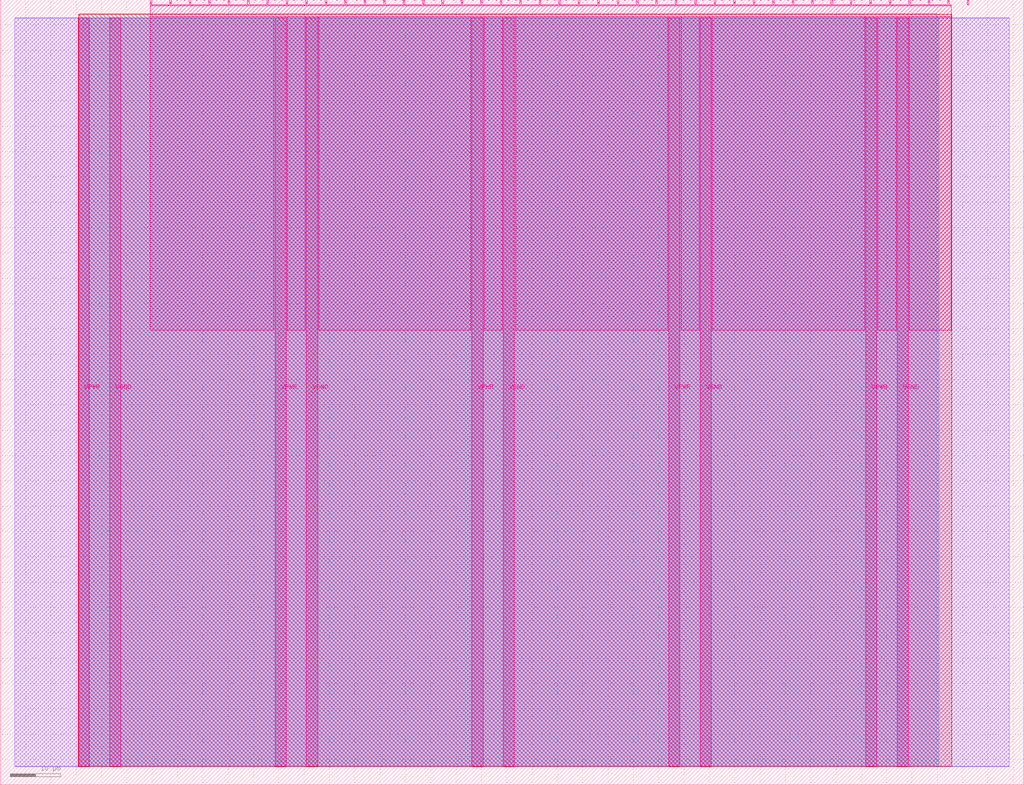
<source format=lef>
VERSION 5.7 ;
  NOWIREEXTENSIONATPIN ON ;
  DIVIDERCHAR "/" ;
  BUSBITCHARS "[]" ;
MACRO tt_um_control_block
  CLASS BLOCK ;
  FOREIGN tt_um_control_block ;
  ORIGIN 0.000 0.000 ;
  SIZE 202.080 BY 154.980 ;
  PIN VGND
    DIRECTION INOUT ;
    USE GROUND ;
    PORT
      LAYER Metal5 ;
        RECT 21.580 3.560 23.780 151.420 ;
    END
    PORT
      LAYER Metal5 ;
        RECT 60.450 3.560 62.650 151.420 ;
    END
    PORT
      LAYER Metal5 ;
        RECT 99.320 3.560 101.520 151.420 ;
    END
    PORT
      LAYER Metal5 ;
        RECT 138.190 3.560 140.390 151.420 ;
    END
    PORT
      LAYER Metal5 ;
        RECT 177.060 3.560 179.260 151.420 ;
    END
  END VGND
  PIN VPWR
    DIRECTION INOUT ;
    USE POWER ;
    PORT
      LAYER Metal5 ;
        RECT 15.380 3.560 17.580 151.420 ;
    END
    PORT
      LAYER Metal5 ;
        RECT 54.250 3.560 56.450 151.420 ;
    END
    PORT
      LAYER Metal5 ;
        RECT 93.120 3.560 95.320 151.420 ;
    END
    PORT
      LAYER Metal5 ;
        RECT 131.990 3.560 134.190 151.420 ;
    END
    PORT
      LAYER Metal5 ;
        RECT 170.860 3.560 173.060 151.420 ;
    END
  END VPWR
  PIN clk
    DIRECTION INPUT ;
    USE SIGNAL ;
    ANTENNAGATEAREA 0.426400 ;
    PORT
      LAYER Metal5 ;
        RECT 187.050 153.980 187.350 154.980 ;
    END
  END clk
  PIN ena
    DIRECTION INPUT ;
    USE SIGNAL ;
    PORT
      LAYER Metal5 ;
        RECT 190.890 153.980 191.190 154.980 ;
    END
  END ena
  PIN rst_n
    DIRECTION INPUT ;
    USE SIGNAL ;
    ANTENNAGATEAREA 0.213200 ;
    PORT
      LAYER Metal5 ;
        RECT 183.210 153.980 183.510 154.980 ;
    END
  END rst_n
  PIN ui_in[0]
    DIRECTION INPUT ;
    USE SIGNAL ;
    ANTENNAGATEAREA 0.213200 ;
    PORT
      LAYER Metal5 ;
        RECT 179.370 153.980 179.670 154.980 ;
    END
  END ui_in[0]
  PIN ui_in[1]
    DIRECTION INPUT ;
    USE SIGNAL ;
    ANTENNAGATEAREA 0.213200 ;
    PORT
      LAYER Metal5 ;
        RECT 175.530 153.980 175.830 154.980 ;
    END
  END ui_in[1]
  PIN ui_in[2]
    DIRECTION INPUT ;
    USE SIGNAL ;
    ANTENNAGATEAREA 0.213200 ;
    PORT
      LAYER Metal5 ;
        RECT 171.690 153.980 171.990 154.980 ;
    END
  END ui_in[2]
  PIN ui_in[3]
    DIRECTION INPUT ;
    USE SIGNAL ;
    ANTENNAGATEAREA 0.213200 ;
    PORT
      LAYER Metal5 ;
        RECT 167.850 153.980 168.150 154.980 ;
    END
  END ui_in[3]
  PIN ui_in[4]
    DIRECTION INPUT ;
    USE SIGNAL ;
    PORT
      LAYER Metal5 ;
        RECT 164.010 153.980 164.310 154.980 ;
    END
  END ui_in[4]
  PIN ui_in[5]
    DIRECTION INPUT ;
    USE SIGNAL ;
    PORT
      LAYER Metal5 ;
        RECT 160.170 153.980 160.470 154.980 ;
    END
  END ui_in[5]
  PIN ui_in[6]
    DIRECTION INPUT ;
    USE SIGNAL ;
    PORT
      LAYER Metal5 ;
        RECT 156.330 153.980 156.630 154.980 ;
    END
  END ui_in[6]
  PIN ui_in[7]
    DIRECTION INPUT ;
    USE SIGNAL ;
    PORT
      LAYER Metal5 ;
        RECT 152.490 153.980 152.790 154.980 ;
    END
  END ui_in[7]
  PIN uio_in[0]
    DIRECTION INPUT ;
    USE SIGNAL ;
    PORT
      LAYER Metal5 ;
        RECT 148.650 153.980 148.950 154.980 ;
    END
  END uio_in[0]
  PIN uio_in[1]
    DIRECTION INPUT ;
    USE SIGNAL ;
    PORT
      LAYER Metal5 ;
        RECT 144.810 153.980 145.110 154.980 ;
    END
  END uio_in[1]
  PIN uio_in[2]
    DIRECTION INPUT ;
    USE SIGNAL ;
    PORT
      LAYER Metal5 ;
        RECT 140.970 153.980 141.270 154.980 ;
    END
  END uio_in[2]
  PIN uio_in[3]
    DIRECTION INPUT ;
    USE SIGNAL ;
    PORT
      LAYER Metal5 ;
        RECT 137.130 153.980 137.430 154.980 ;
    END
  END uio_in[3]
  PIN uio_in[4]
    DIRECTION INPUT ;
    USE SIGNAL ;
    PORT
      LAYER Metal5 ;
        RECT 133.290 153.980 133.590 154.980 ;
    END
  END uio_in[4]
  PIN uio_in[5]
    DIRECTION INPUT ;
    USE SIGNAL ;
    PORT
      LAYER Metal5 ;
        RECT 129.450 153.980 129.750 154.980 ;
    END
  END uio_in[5]
  PIN uio_in[6]
    DIRECTION INPUT ;
    USE SIGNAL ;
    PORT
      LAYER Metal5 ;
        RECT 125.610 153.980 125.910 154.980 ;
    END
  END uio_in[6]
  PIN uio_in[7]
    DIRECTION INPUT ;
    USE SIGNAL ;
    PORT
      LAYER Metal5 ;
        RECT 121.770 153.980 122.070 154.980 ;
    END
  END uio_in[7]
  PIN uio_oe[0]
    DIRECTION OUTPUT ;
    USE SIGNAL ;
    ANTENNADIFFAREA 0.392700 ;
    PORT
      LAYER Metal5 ;
        RECT 56.490 153.980 56.790 154.980 ;
    END
  END uio_oe[0]
  PIN uio_oe[1]
    DIRECTION OUTPUT ;
    USE SIGNAL ;
    ANTENNADIFFAREA 0.392700 ;
    PORT
      LAYER Metal5 ;
        RECT 52.650 153.980 52.950 154.980 ;
    END
  END uio_oe[1]
  PIN uio_oe[2]
    DIRECTION OUTPUT ;
    USE SIGNAL ;
    ANTENNADIFFAREA 0.392700 ;
    PORT
      LAYER Metal5 ;
        RECT 48.810 153.980 49.110 154.980 ;
    END
  END uio_oe[2]
  PIN uio_oe[3]
    DIRECTION OUTPUT ;
    USE SIGNAL ;
    ANTENNADIFFAREA 0.392700 ;
    PORT
      LAYER Metal5 ;
        RECT 44.970 153.980 45.270 154.980 ;
    END
  END uio_oe[3]
  PIN uio_oe[4]
    DIRECTION OUTPUT ;
    USE SIGNAL ;
    ANTENNADIFFAREA 0.392700 ;
    PORT
      LAYER Metal5 ;
        RECT 41.130 153.980 41.430 154.980 ;
    END
  END uio_oe[4]
  PIN uio_oe[5]
    DIRECTION OUTPUT ;
    USE SIGNAL ;
    ANTENNADIFFAREA 0.392700 ;
    PORT
      LAYER Metal5 ;
        RECT 37.290 153.980 37.590 154.980 ;
    END
  END uio_oe[5]
  PIN uio_oe[6]
    DIRECTION OUTPUT ;
    USE SIGNAL ;
    ANTENNADIFFAREA 0.392700 ;
    PORT
      LAYER Metal5 ;
        RECT 33.450 153.980 33.750 154.980 ;
    END
  END uio_oe[6]
  PIN uio_oe[7]
    DIRECTION OUTPUT ;
    USE SIGNAL ;
    ANTENNADIFFAREA 0.392700 ;
    PORT
      LAYER Metal5 ;
        RECT 29.610 153.980 29.910 154.980 ;
    END
  END uio_oe[7]
  PIN uio_out[0]
    DIRECTION OUTPUT ;
    USE SIGNAL ;
    ANTENNADIFFAREA 0.632400 ;
    PORT
      LAYER Metal5 ;
        RECT 87.210 153.980 87.510 154.980 ;
    END
  END uio_out[0]
  PIN uio_out[1]
    DIRECTION OUTPUT ;
    USE SIGNAL ;
    ANTENNADIFFAREA 0.632400 ;
    PORT
      LAYER Metal5 ;
        RECT 83.370 153.980 83.670 154.980 ;
    END
  END uio_out[1]
  PIN uio_out[2]
    DIRECTION OUTPUT ;
    USE SIGNAL ;
    ANTENNADIFFAREA 0.632400 ;
    PORT
      LAYER Metal5 ;
        RECT 79.530 153.980 79.830 154.980 ;
    END
  END uio_out[2]
  PIN uio_out[3]
    DIRECTION OUTPUT ;
    USE SIGNAL ;
    ANTENNADIFFAREA 0.632400 ;
    PORT
      LAYER Metal5 ;
        RECT 75.690 153.980 75.990 154.980 ;
    END
  END uio_out[3]
  PIN uio_out[4]
    DIRECTION OUTPUT ;
    USE SIGNAL ;
    ANTENNADIFFAREA 0.632400 ;
    PORT
      LAYER Metal5 ;
        RECT 71.850 153.980 72.150 154.980 ;
    END
  END uio_out[4]
  PIN uio_out[5]
    DIRECTION OUTPUT ;
    USE SIGNAL ;
    ANTENNADIFFAREA 0.632400 ;
    PORT
      LAYER Metal5 ;
        RECT 68.010 153.980 68.310 154.980 ;
    END
  END uio_out[5]
  PIN uio_out[6]
    DIRECTION OUTPUT ;
    USE SIGNAL ;
    ANTENNADIFFAREA 0.632400 ;
    PORT
      LAYER Metal5 ;
        RECT 64.170 153.980 64.470 154.980 ;
    END
  END uio_out[6]
  PIN uio_out[7]
    DIRECTION OUTPUT ;
    USE SIGNAL ;
    ANTENNADIFFAREA 0.632400 ;
    PORT
      LAYER Metal5 ;
        RECT 60.330 153.980 60.630 154.980 ;
    END
  END uio_out[7]
  PIN uo_out[0]
    DIRECTION OUTPUT ;
    USE SIGNAL ;
    ANTENNADIFFAREA 0.632400 ;
    PORT
      LAYER Metal5 ;
        RECT 117.930 153.980 118.230 154.980 ;
    END
  END uo_out[0]
  PIN uo_out[1]
    DIRECTION OUTPUT ;
    USE SIGNAL ;
    ANTENNADIFFAREA 0.632400 ;
    PORT
      LAYER Metal5 ;
        RECT 114.090 153.980 114.390 154.980 ;
    END
  END uo_out[1]
  PIN uo_out[2]
    DIRECTION OUTPUT ;
    USE SIGNAL ;
    ANTENNADIFFAREA 0.632400 ;
    PORT
      LAYER Metal5 ;
        RECT 110.250 153.980 110.550 154.980 ;
    END
  END uo_out[2]
  PIN uo_out[3]
    DIRECTION OUTPUT ;
    USE SIGNAL ;
    ANTENNADIFFAREA 0.632400 ;
    PORT
      LAYER Metal5 ;
        RECT 106.410 153.980 106.710 154.980 ;
    END
  END uo_out[3]
  PIN uo_out[4]
    DIRECTION OUTPUT ;
    USE SIGNAL ;
    ANTENNADIFFAREA 0.632400 ;
    PORT
      LAYER Metal5 ;
        RECT 102.570 153.980 102.870 154.980 ;
    END
  END uo_out[4]
  PIN uo_out[5]
    DIRECTION OUTPUT ;
    USE SIGNAL ;
    ANTENNADIFFAREA 0.632400 ;
    PORT
      LAYER Metal5 ;
        RECT 98.730 153.980 99.030 154.980 ;
    END
  END uo_out[5]
  PIN uo_out[6]
    DIRECTION OUTPUT ;
    USE SIGNAL ;
    ANTENNADIFFAREA 0.632400 ;
    PORT
      LAYER Metal5 ;
        RECT 94.890 153.980 95.190 154.980 ;
    END
  END uo_out[6]
  PIN uo_out[7]
    DIRECTION OUTPUT ;
    USE SIGNAL ;
    ANTENNADIFFAREA 0.654800 ;
    PORT
      LAYER Metal5 ;
        RECT 91.050 153.980 91.350 154.980 ;
    END
  END uo_out[7]
  OBS
      LAYER GatPoly ;
        RECT 2.880 3.630 199.200 151.350 ;
      LAYER Metal1 ;
        RECT 2.880 3.560 199.200 151.420 ;
      LAYER Metal2 ;
        RECT 15.515 3.680 185.315 151.300 ;
      LAYER Metal3 ;
        RECT 15.560 3.635 184.900 152.185 ;
      LAYER Metal4 ;
        RECT 15.515 3.680 187.825 152.140 ;
      LAYER Metal5 ;
        RECT 30.120 153.770 33.240 153.980 ;
        RECT 33.960 153.770 37.080 153.980 ;
        RECT 37.800 153.770 40.920 153.980 ;
        RECT 41.640 153.770 44.760 153.980 ;
        RECT 45.480 153.770 48.600 153.980 ;
        RECT 49.320 153.770 52.440 153.980 ;
        RECT 53.160 153.770 56.280 153.980 ;
        RECT 57.000 153.770 60.120 153.980 ;
        RECT 60.840 153.770 63.960 153.980 ;
        RECT 64.680 153.770 67.800 153.980 ;
        RECT 68.520 153.770 71.640 153.980 ;
        RECT 72.360 153.770 75.480 153.980 ;
        RECT 76.200 153.770 79.320 153.980 ;
        RECT 80.040 153.770 83.160 153.980 ;
        RECT 83.880 153.770 87.000 153.980 ;
        RECT 87.720 153.770 90.840 153.980 ;
        RECT 91.560 153.770 94.680 153.980 ;
        RECT 95.400 153.770 98.520 153.980 ;
        RECT 99.240 153.770 102.360 153.980 ;
        RECT 103.080 153.770 106.200 153.980 ;
        RECT 106.920 153.770 110.040 153.980 ;
        RECT 110.760 153.770 113.880 153.980 ;
        RECT 114.600 153.770 117.720 153.980 ;
        RECT 118.440 153.770 121.560 153.980 ;
        RECT 122.280 153.770 125.400 153.980 ;
        RECT 126.120 153.770 129.240 153.980 ;
        RECT 129.960 153.770 133.080 153.980 ;
        RECT 133.800 153.770 136.920 153.980 ;
        RECT 137.640 153.770 140.760 153.980 ;
        RECT 141.480 153.770 144.600 153.980 ;
        RECT 145.320 153.770 148.440 153.980 ;
        RECT 149.160 153.770 152.280 153.980 ;
        RECT 153.000 153.770 156.120 153.980 ;
        RECT 156.840 153.770 159.960 153.980 ;
        RECT 160.680 153.770 163.800 153.980 ;
        RECT 164.520 153.770 167.640 153.980 ;
        RECT 168.360 153.770 171.480 153.980 ;
        RECT 172.200 153.770 175.320 153.980 ;
        RECT 176.040 153.770 179.160 153.980 ;
        RECT 179.880 153.770 183.000 153.980 ;
        RECT 183.720 153.770 186.840 153.980 ;
        RECT 187.560 153.770 187.780 153.980 ;
        RECT 29.660 151.630 187.780 153.770 ;
        RECT 29.660 89.735 54.040 151.630 ;
        RECT 56.660 89.735 60.240 151.630 ;
        RECT 62.860 89.735 92.910 151.630 ;
        RECT 95.530 89.735 99.110 151.630 ;
        RECT 101.730 89.735 131.780 151.630 ;
        RECT 134.400 89.735 137.980 151.630 ;
        RECT 140.600 89.735 170.650 151.630 ;
        RECT 173.270 89.735 176.850 151.630 ;
        RECT 179.470 89.735 187.780 151.630 ;
  END
END tt_um_control_block
END LIBRARY


</source>
